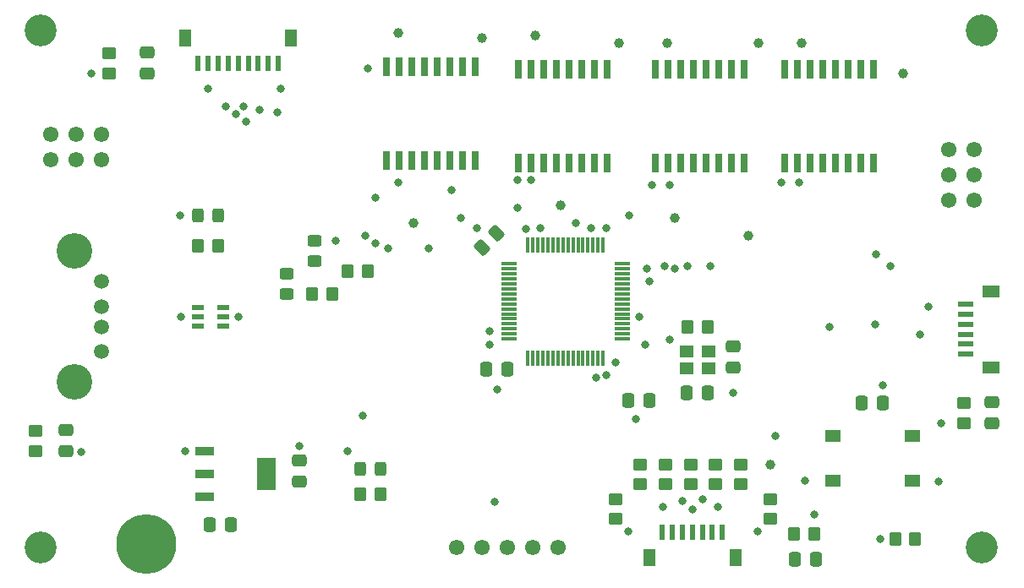
<source format=gts>
G04 #@! TF.GenerationSoftware,KiCad,Pcbnew,8.0.8*
G04 #@! TF.CreationDate,2025-03-18T19:08:41-04:00*
G04 #@! TF.ProjectId,477,3437372e-6b69-4636-9164-5f7063625858,rev?*
G04 #@! TF.SameCoordinates,Original*
G04 #@! TF.FileFunction,Soldermask,Top*
G04 #@! TF.FilePolarity,Negative*
%FSLAX46Y46*%
G04 Gerber Fmt 4.6, Leading zero omitted, Abs format (unit mm)*
G04 Created by KiCad (PCBNEW 8.0.8) date 2025-03-18 19:08:41*
%MOMM*%
%LPD*%
G01*
G04 APERTURE LIST*
G04 Aperture macros list*
%AMRoundRect*
0 Rectangle with rounded corners*
0 $1 Rounding radius*
0 $2 $3 $4 $5 $6 $7 $8 $9 X,Y pos of 4 corners*
0 Add a 4 corners polygon primitive as box body*
4,1,4,$2,$3,$4,$5,$6,$7,$8,$9,$2,$3,0*
0 Add four circle primitives for the rounded corners*
1,1,$1+$1,$2,$3*
1,1,$1+$1,$4,$5*
1,1,$1+$1,$6,$7*
1,1,$1+$1,$8,$9*
0 Add four rect primitives between the rounded corners*
20,1,$1+$1,$2,$3,$4,$5,0*
20,1,$1+$1,$4,$5,$6,$7,0*
20,1,$1+$1,$6,$7,$8,$9,0*
20,1,$1+$1,$8,$9,$2,$3,0*%
G04 Aperture macros list end*
%ADD10R,0.600000X1.550000*%
%ADD11R,1.200000X1.800000*%
%ADD12C,1.000000*%
%ADD13RoundRect,0.250000X-0.337500X-0.475000X0.337500X-0.475000X0.337500X0.475000X-0.337500X0.475000X0*%
%ADD14RoundRect,0.250000X-0.475000X0.337500X-0.475000X-0.337500X0.475000X-0.337500X0.475000X0.337500X0*%
%ADD15C,3.200000*%
%ADD16RoundRect,0.250000X-0.450000X0.325000X-0.450000X-0.325000X0.450000X-0.325000X0.450000X0.325000X0*%
%ADD17R,1.550000X0.600000*%
%ADD18R,1.800000X1.200000*%
%ADD19RoundRect,0.250000X-0.450000X0.350000X-0.450000X-0.350000X0.450000X-0.350000X0.450000X0.350000X0*%
%ADD20RoundRect,0.250000X0.350000X0.450000X-0.350000X0.450000X-0.350000X-0.450000X0.350000X-0.450000X0*%
%ADD21RoundRect,0.250000X0.450000X-0.350000X0.450000X0.350000X-0.450000X0.350000X-0.450000X-0.350000X0*%
%ADD22RoundRect,0.250000X-0.325000X-0.450000X0.325000X-0.450000X0.325000X0.450000X-0.325000X0.450000X0*%
%ADD23RoundRect,0.250000X0.337500X0.475000X-0.337500X0.475000X-0.337500X-0.475000X0.337500X-0.475000X0*%
%ADD24R,1.550000X1.300000*%
%ADD25RoundRect,0.250000X-0.350000X-0.450000X0.350000X-0.450000X0.350000X0.450000X-0.350000X0.450000X0*%
%ADD26RoundRect,0.075000X0.700000X0.075000X-0.700000X0.075000X-0.700000X-0.075000X0.700000X-0.075000X0*%
%ADD27RoundRect,0.075000X0.075000X0.700000X-0.075000X0.700000X-0.075000X-0.700000X0.075000X-0.700000X0*%
%ADD28C,1.550000*%
%ADD29R,1.400000X1.200000*%
%ADD30R,0.700000X1.930000*%
%ADD31RoundRect,0.250000X0.097227X-0.574524X0.574524X-0.097227X-0.097227X0.574524X-0.574524X0.097227X0*%
%ADD32R,1.200000X0.600000*%
%ADD33C,1.500000*%
%ADD34C,3.570000*%
%ADD35R,1.850000X0.900000*%
%ADD36R,1.850000X3.200000*%
%ADD37RoundRect,0.250000X0.475000X-0.337500X0.475000X0.337500X-0.475000X0.337500X-0.475000X-0.337500X0*%
%ADD38C,0.800000*%
%ADD39C,6.000000*%
G04 APERTURE END LIST*
D10*
X151686000Y-129798000D03*
X152686000Y-129798000D03*
X153686000Y-129798000D03*
X154686000Y-129798000D03*
X155686000Y-129798000D03*
X156686000Y-129798000D03*
X157686000Y-129798000D03*
D11*
X150386000Y-132323000D03*
X158986000Y-132323000D03*
D12*
X165608000Y-80772000D03*
D13*
X154156500Y-115824000D03*
X156231500Y-115824000D03*
D14*
X91948000Y-119612500D03*
X91948000Y-121687500D03*
D12*
X133604000Y-80264000D03*
D15*
X183642000Y-79502000D03*
D13*
X171682500Y-116840000D03*
X173757500Y-116840000D03*
D12*
X138938000Y-80010000D03*
D16*
X116840000Y-100575001D03*
X116840000Y-102624999D03*
D17*
X182030000Y-106974000D03*
X182030000Y-107974000D03*
X182030000Y-108974000D03*
X182030000Y-109974000D03*
X182030000Y-110974000D03*
X182030000Y-111974000D03*
D18*
X184554000Y-105674000D03*
X184554000Y-113274000D03*
D19*
X181864000Y-116856000D03*
X181864000Y-118856000D03*
D20*
X107172000Y-101092000D03*
X105172000Y-101092000D03*
D15*
X183642000Y-131318000D03*
D21*
X154500000Y-125000000D03*
X154500000Y-123000000D03*
X162500000Y-128500000D03*
X162500000Y-126500000D03*
X149500000Y-125000000D03*
X149500000Y-123000000D03*
D20*
X177000000Y-130500000D03*
X175000000Y-130500000D03*
D19*
X96266000Y-81804000D03*
X96266000Y-83804000D03*
D12*
X126746000Y-98806000D03*
X152146000Y-80772000D03*
D22*
X121403000Y-123444000D03*
X123453000Y-123444000D03*
D23*
X136165500Y-113500000D03*
X134090500Y-113500000D03*
D24*
X168745000Y-120178000D03*
X168745000Y-124678000D03*
X176695000Y-120178000D03*
X176695000Y-124678000D03*
D19*
X88900000Y-119650000D03*
X88900000Y-121650000D03*
D23*
X150389500Y-116586000D03*
X148314500Y-116586000D03*
D16*
X114046000Y-103877001D03*
X114046000Y-105926999D03*
D12*
X141478000Y-97028000D03*
X160274000Y-100076000D03*
D21*
X157000000Y-125000000D03*
X157000000Y-123000000D03*
D15*
X89408000Y-79502000D03*
D25*
X116602000Y-105918000D03*
X118602000Y-105918000D03*
D12*
X161290000Y-80772000D03*
D26*
X147661000Y-110430000D03*
X147661000Y-109930000D03*
X147661000Y-109430000D03*
X147661000Y-108930000D03*
X147661000Y-108430000D03*
X147661000Y-107930000D03*
X147661000Y-107430000D03*
X147661000Y-106930000D03*
X147661000Y-106430000D03*
X147661000Y-105930000D03*
X147661000Y-105430000D03*
X147661000Y-104930000D03*
X147661000Y-104430000D03*
X147661000Y-103930000D03*
X147661000Y-103430000D03*
X147661000Y-102930000D03*
D27*
X145736000Y-101005000D03*
X145236000Y-101005000D03*
X144736000Y-101005000D03*
X144236000Y-101005000D03*
X143736000Y-101005000D03*
X143236000Y-101005000D03*
X142736000Y-101005000D03*
X142236000Y-101005000D03*
X141736000Y-101005000D03*
X141236000Y-101005000D03*
X140736000Y-101005000D03*
X140236000Y-101005000D03*
X139736000Y-101005000D03*
X139236000Y-101005000D03*
X138736000Y-101005000D03*
X138236000Y-101005000D03*
D26*
X136311000Y-102930000D03*
X136311000Y-103430000D03*
X136311000Y-103930000D03*
X136311000Y-104430000D03*
X136311000Y-104930000D03*
X136311000Y-105430000D03*
X136311000Y-105930000D03*
X136311000Y-106430000D03*
X136311000Y-106930000D03*
X136311000Y-107430000D03*
X136311000Y-107930000D03*
X136311000Y-108430000D03*
X136311000Y-108930000D03*
X136311000Y-109430000D03*
X136311000Y-109930000D03*
X136311000Y-110430000D03*
D27*
X138236000Y-112355000D03*
X138736000Y-112355000D03*
X139236000Y-112355000D03*
X139736000Y-112355000D03*
X140236000Y-112355000D03*
X140736000Y-112355000D03*
X141236000Y-112355000D03*
X141736000Y-112355000D03*
X142236000Y-112355000D03*
X142736000Y-112355000D03*
X143236000Y-112355000D03*
X143736000Y-112355000D03*
X144236000Y-112355000D03*
X144736000Y-112355000D03*
X145236000Y-112355000D03*
X145736000Y-112355000D03*
D20*
X123428000Y-125984000D03*
X121428000Y-125984000D03*
D15*
X89408000Y-131318000D03*
D12*
X162500000Y-123000000D03*
D28*
X131064000Y-131318000D03*
X133604000Y-131318000D03*
X136144000Y-131318000D03*
X138684000Y-131318000D03*
X141224000Y-131318000D03*
D21*
X147000000Y-128500000D03*
X147000000Y-126500000D03*
D14*
X100076000Y-81766500D03*
X100076000Y-83841500D03*
D29*
X154094000Y-113372000D03*
X156294000Y-113372000D03*
X156294000Y-111672000D03*
X154094000Y-111672000D03*
D14*
X158750000Y-111230500D03*
X158750000Y-113305500D03*
D12*
X152908000Y-98298000D03*
D30*
X132969000Y-83174000D03*
X131699000Y-83174000D03*
X130429000Y-83174000D03*
X129159000Y-83174000D03*
X127889000Y-83174000D03*
X126619000Y-83174000D03*
X125349000Y-83174000D03*
X124079000Y-83174000D03*
X124079000Y-92594000D03*
X125349000Y-92594000D03*
X126619000Y-92594000D03*
X127889000Y-92594000D03*
X129159000Y-92594000D03*
X130429000Y-92594000D03*
X131699000Y-92594000D03*
X132969000Y-92594000D03*
D12*
X147320000Y-80772000D03*
D31*
X133632377Y-101317623D03*
X135099623Y-99850377D03*
D21*
X152000000Y-125000000D03*
X152000000Y-123000000D03*
D25*
X120158000Y-103632000D03*
X122158000Y-103632000D03*
D13*
X106404500Y-129032000D03*
X108479500Y-129032000D03*
D30*
X146177000Y-83428000D03*
X144907000Y-83428000D03*
X143637000Y-83428000D03*
X142367000Y-83428000D03*
X141097000Y-83428000D03*
X139827000Y-83428000D03*
X138557000Y-83428000D03*
X137287000Y-83428000D03*
X137287000Y-92848000D03*
X138557000Y-92848000D03*
X139827000Y-92848000D03*
X141097000Y-92848000D03*
X142367000Y-92848000D03*
X143637000Y-92848000D03*
X144907000Y-92848000D03*
X146177000Y-92848000D03*
D32*
X105176000Y-107254000D03*
X105176000Y-108204000D03*
X105176000Y-109154000D03*
X107676000Y-109154000D03*
X107676000Y-108204000D03*
X107676000Y-107254000D03*
D21*
X159500000Y-125000000D03*
X159500000Y-123000000D03*
D12*
X175768000Y-83820000D03*
D33*
X95490000Y-104700000D03*
X95490000Y-107200000D03*
X95490000Y-109200000D03*
X95490000Y-111700000D03*
D34*
X92780000Y-101630000D03*
X92780000Y-114770000D03*
D14*
X184658000Y-116818500D03*
X184658000Y-118893500D03*
D28*
X182880000Y-96534000D03*
X180340000Y-96534000D03*
X182880000Y-93994000D03*
X180340000Y-93994000D03*
X182880000Y-91454000D03*
X180340000Y-91454000D03*
D30*
X172847000Y-83428000D03*
X171577000Y-83428000D03*
X170307000Y-83428000D03*
X169037000Y-83428000D03*
X167767000Y-83428000D03*
X166497000Y-83428000D03*
X165227000Y-83428000D03*
X163957000Y-83428000D03*
X163957000Y-92848000D03*
X165227000Y-92848000D03*
X166497000Y-92848000D03*
X167767000Y-92848000D03*
X169037000Y-92848000D03*
X170307000Y-92848000D03*
X171577000Y-92848000D03*
X172847000Y-92848000D03*
D12*
X125222000Y-79756000D03*
D22*
X105147000Y-98044000D03*
X107197000Y-98044000D03*
D20*
X156194000Y-109220000D03*
X154194000Y-109220000D03*
D35*
X105866000Y-121652000D03*
X105866000Y-123952000D03*
X105866000Y-126252000D03*
D36*
X112066000Y-123952000D03*
D10*
X113220000Y-82804000D03*
X112220000Y-82804000D03*
X111220000Y-82804000D03*
X110220000Y-82804000D03*
X109220000Y-82804000D03*
X108220000Y-82804000D03*
X107220000Y-82804000D03*
X106220000Y-82804000D03*
X105220000Y-82804000D03*
D11*
X114520000Y-80279000D03*
X103920000Y-80279000D03*
D25*
X164862000Y-129960000D03*
X166862000Y-129960000D03*
D37*
X115316000Y-124735500D03*
X115316000Y-122660500D03*
D30*
X159893000Y-83428000D03*
X158623000Y-83428000D03*
X157353000Y-83428000D03*
X156083000Y-83428000D03*
X154813000Y-83428000D03*
X153543000Y-83428000D03*
X152273000Y-83428000D03*
X151003000Y-83428000D03*
X151003000Y-92848000D03*
X152273000Y-92848000D03*
X153543000Y-92848000D03*
X154813000Y-92848000D03*
X156083000Y-92848000D03*
X157353000Y-92848000D03*
X158623000Y-92848000D03*
X159893000Y-92848000D03*
D28*
X90424000Y-92456000D03*
X90424000Y-89916000D03*
X92964000Y-92456000D03*
X92964000Y-89916000D03*
X95504000Y-92456000D03*
X95504000Y-89916000D03*
D13*
X164962500Y-132500000D03*
X167037500Y-132500000D03*
D38*
X134366000Y-110998000D03*
X125222000Y-94742000D03*
X133096000Y-99314000D03*
X179578000Y-118872000D03*
X152400000Y-95033000D03*
X150363347Y-104643347D03*
X94488000Y-83820000D03*
X138557000Y-94488000D03*
X106220000Y-85344000D03*
X166000000Y-124678000D03*
X138049000Y-99441000D03*
X149031771Y-118468229D03*
X103378000Y-98044000D03*
X152400000Y-110490000D03*
X103886000Y-121666000D03*
X178308000Y-107188000D03*
X158750000Y-115824000D03*
D39*
X100000000Y-131000000D03*
D38*
X119000000Y-100575001D03*
X103500000Y-108200000D03*
X166862000Y-128000000D03*
X120142000Y-121666000D03*
X146087000Y-114046000D03*
X179324000Y-124714000D03*
X165354000Y-94742000D03*
X113506000Y-85344000D03*
X146050000Y-99314000D03*
X115316000Y-121158000D03*
X93472000Y-121739052D03*
X173736000Y-115062000D03*
X173500000Y-130500000D03*
X163000000Y-120178000D03*
X130556000Y-95504000D03*
X128270000Y-101346000D03*
X124206000Y-101346000D03*
X122174000Y-83312000D03*
X143011000Y-98806000D03*
X109240000Y-108204000D03*
X134874000Y-126746000D03*
X113157000Y-87757000D03*
X109982000Y-88646000D03*
X145029347Y-114304653D03*
X144586000Y-99314000D03*
X135128000Y-115500000D03*
X147000000Y-112765000D03*
X150000000Y-111000000D03*
X121666000Y-118110000D03*
X131500000Y-98350000D03*
X150114000Y-103378000D03*
X122936000Y-96266000D03*
X139446000Y-99314000D03*
X134366000Y-109644500D03*
X122936000Y-100838000D03*
X121920000Y-100076000D03*
X108966000Y-87884000D03*
X111379000Y-87503000D03*
X107950000Y-87122000D03*
X109728000Y-87122000D03*
X137160000Y-97277347D03*
X137160000Y-94488000D03*
X148336000Y-98044000D03*
X173000000Y-109000000D03*
X177500000Y-109974000D03*
X161250000Y-129750000D03*
X168402000Y-109220000D03*
X154178000Y-103124000D03*
X151892000Y-103124000D03*
X150622000Y-94996000D03*
X152908000Y-103378000D03*
X163576000Y-94742000D03*
X156464000Y-103124000D03*
X149352000Y-108204000D03*
X155686000Y-126500000D03*
X153686000Y-126686000D03*
X151750000Y-127250000D03*
X148250000Y-129750000D03*
X154686000Y-127500000D03*
X157250000Y-127250000D03*
X174498000Y-103124000D03*
X173078306Y-101949000D03*
M02*

</source>
